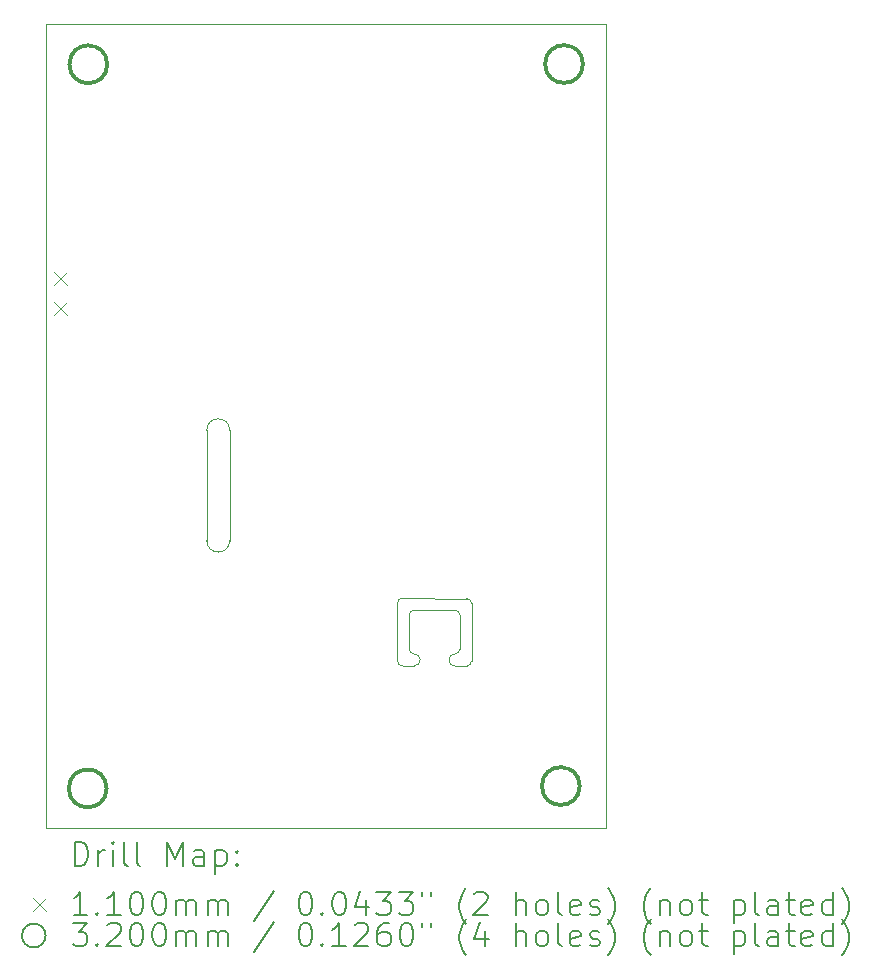
<source format=gbr>
%TF.GenerationSoftware,KiCad,Pcbnew,7.0.2*%
%TF.CreationDate,2023-05-17T08:24:21+02:00*%
%TF.ProjectId,Solar Cell offgrid Power,536f6c61-7220-4436-956c-6c206f666667,rev?*%
%TF.SameCoordinates,Original*%
%TF.FileFunction,Drillmap*%
%TF.FilePolarity,Positive*%
%FSLAX45Y45*%
G04 Gerber Fmt 4.5, Leading zero omitted, Abs format (unit mm)*
G04 Created by KiCad (PCBNEW 7.0.2) date 2023-05-17 08:24:21*
%MOMM*%
%LPD*%
G01*
G04 APERTURE LIST*
%ADD10C,0.100000*%
%ADD11C,0.200000*%
%ADD12C,0.110000*%
%ADD13C,0.320000*%
G04 APERTURE END LIST*
D10*
X12473000Y-10009000D02*
G75*
G03*
X12279000Y-10009000I-97000J0D01*
G01*
X14480000Y-12005047D02*
G75*
G03*
X14521000Y-11962000I-30J41077D01*
G01*
X13892724Y-11474310D02*
X13893261Y-11963275D01*
X14421049Y-11574000D02*
G75*
G03*
X14378000Y-11533000I-41039J10D01*
G01*
X14035000Y-12004000D02*
X13936310Y-12004275D01*
X14380000Y-11903048D02*
G75*
G03*
X14421000Y-11860000I-20J41068D01*
G01*
X13991952Y-11861000D02*
G75*
G03*
X14035000Y-11902000I41058J10D01*
G01*
X13893255Y-11963275D02*
G75*
G03*
X13936310Y-12004275I41045J-5D01*
G01*
X14478951Y-11434000D02*
X13933724Y-11431261D01*
X14521000Y-11962000D02*
X14522000Y-11475000D01*
X14035000Y-12004000D02*
G75*
G03*
X14035000Y-11902000I10J51000D01*
G01*
X10919000Y-6569000D02*
X15657000Y-6569000D01*
X15657000Y-13378000D01*
X10919000Y-13378000D01*
X10919000Y-6569000D01*
X14380000Y-11903051D02*
G75*
G03*
X14380000Y-12005049I20J-50999D01*
G01*
X13991951Y-11861000D02*
X13993000Y-11575000D01*
X14421000Y-11860000D02*
X14421049Y-11574000D01*
X13933724Y-11431256D02*
G75*
G03*
X13892724Y-11474310I16J-41064D01*
G01*
X14521999Y-11475000D02*
G75*
G03*
X14478951Y-11434000I-41030J20D01*
G01*
X14034000Y-11531951D02*
X14378000Y-11533000D01*
X12279000Y-10009000D02*
X12279000Y-10943000D01*
X12279000Y-10943000D02*
G75*
G03*
X12473000Y-10943000I97000J0D01*
G01*
X12473000Y-10009000D02*
X12473000Y-10943000D01*
X14480000Y-12005049D02*
X14380000Y-12005049D01*
X14034000Y-11531950D02*
G75*
G03*
X13993000Y-11575000I-20J-41030D01*
G01*
D11*
D12*
X10984000Y-8668000D02*
X11094000Y-8778000D01*
X11094000Y-8668000D02*
X10984000Y-8778000D01*
X10984000Y-8922000D02*
X11094000Y-9032000D01*
X11094000Y-8922000D02*
X10984000Y-9032000D01*
D13*
X11431000Y-13041000D02*
G75*
G03*
X11431000Y-13041000I-160000J0D01*
G01*
X11436000Y-6910000D02*
G75*
G03*
X11436000Y-6910000I-160000J0D01*
G01*
X15436000Y-13021000D02*
G75*
G03*
X15436000Y-13021000I-160000J0D01*
G01*
X15464000Y-6908000D02*
G75*
G03*
X15464000Y-6908000I-160000J0D01*
G01*
D11*
X11161619Y-13695524D02*
X11161619Y-13495524D01*
X11161619Y-13495524D02*
X11209238Y-13495524D01*
X11209238Y-13495524D02*
X11237809Y-13505048D01*
X11237809Y-13505048D02*
X11256857Y-13524095D01*
X11256857Y-13524095D02*
X11266381Y-13543143D01*
X11266381Y-13543143D02*
X11275905Y-13581238D01*
X11275905Y-13581238D02*
X11275905Y-13609809D01*
X11275905Y-13609809D02*
X11266381Y-13647905D01*
X11266381Y-13647905D02*
X11256857Y-13666952D01*
X11256857Y-13666952D02*
X11237809Y-13686000D01*
X11237809Y-13686000D02*
X11209238Y-13695524D01*
X11209238Y-13695524D02*
X11161619Y-13695524D01*
X11361619Y-13695524D02*
X11361619Y-13562190D01*
X11361619Y-13600286D02*
X11371143Y-13581238D01*
X11371143Y-13581238D02*
X11380667Y-13571714D01*
X11380667Y-13571714D02*
X11399714Y-13562190D01*
X11399714Y-13562190D02*
X11418762Y-13562190D01*
X11485428Y-13695524D02*
X11485428Y-13562190D01*
X11485428Y-13495524D02*
X11475905Y-13505048D01*
X11475905Y-13505048D02*
X11485428Y-13514571D01*
X11485428Y-13514571D02*
X11494952Y-13505048D01*
X11494952Y-13505048D02*
X11485428Y-13495524D01*
X11485428Y-13495524D02*
X11485428Y-13514571D01*
X11609238Y-13695524D02*
X11590190Y-13686000D01*
X11590190Y-13686000D02*
X11580667Y-13666952D01*
X11580667Y-13666952D02*
X11580667Y-13495524D01*
X11714000Y-13695524D02*
X11694952Y-13686000D01*
X11694952Y-13686000D02*
X11685428Y-13666952D01*
X11685428Y-13666952D02*
X11685428Y-13495524D01*
X11942571Y-13695524D02*
X11942571Y-13495524D01*
X11942571Y-13495524D02*
X12009238Y-13638381D01*
X12009238Y-13638381D02*
X12075905Y-13495524D01*
X12075905Y-13495524D02*
X12075905Y-13695524D01*
X12256857Y-13695524D02*
X12256857Y-13590762D01*
X12256857Y-13590762D02*
X12247333Y-13571714D01*
X12247333Y-13571714D02*
X12228286Y-13562190D01*
X12228286Y-13562190D02*
X12190190Y-13562190D01*
X12190190Y-13562190D02*
X12171143Y-13571714D01*
X12256857Y-13686000D02*
X12237809Y-13695524D01*
X12237809Y-13695524D02*
X12190190Y-13695524D01*
X12190190Y-13695524D02*
X12171143Y-13686000D01*
X12171143Y-13686000D02*
X12161619Y-13666952D01*
X12161619Y-13666952D02*
X12161619Y-13647905D01*
X12161619Y-13647905D02*
X12171143Y-13628857D01*
X12171143Y-13628857D02*
X12190190Y-13619333D01*
X12190190Y-13619333D02*
X12237809Y-13619333D01*
X12237809Y-13619333D02*
X12256857Y-13609809D01*
X12352095Y-13562190D02*
X12352095Y-13762190D01*
X12352095Y-13571714D02*
X12371143Y-13562190D01*
X12371143Y-13562190D02*
X12409238Y-13562190D01*
X12409238Y-13562190D02*
X12428286Y-13571714D01*
X12428286Y-13571714D02*
X12437809Y-13581238D01*
X12437809Y-13581238D02*
X12447333Y-13600286D01*
X12447333Y-13600286D02*
X12447333Y-13657428D01*
X12447333Y-13657428D02*
X12437809Y-13676476D01*
X12437809Y-13676476D02*
X12428286Y-13686000D01*
X12428286Y-13686000D02*
X12409238Y-13695524D01*
X12409238Y-13695524D02*
X12371143Y-13695524D01*
X12371143Y-13695524D02*
X12352095Y-13686000D01*
X12533048Y-13676476D02*
X12542571Y-13686000D01*
X12542571Y-13686000D02*
X12533048Y-13695524D01*
X12533048Y-13695524D02*
X12523524Y-13686000D01*
X12523524Y-13686000D02*
X12533048Y-13676476D01*
X12533048Y-13676476D02*
X12533048Y-13695524D01*
X12533048Y-13571714D02*
X12542571Y-13581238D01*
X12542571Y-13581238D02*
X12533048Y-13590762D01*
X12533048Y-13590762D02*
X12523524Y-13581238D01*
X12523524Y-13581238D02*
X12533048Y-13571714D01*
X12533048Y-13571714D02*
X12533048Y-13590762D01*
D12*
X10804000Y-13968000D02*
X10914000Y-14078000D01*
X10914000Y-13968000D02*
X10804000Y-14078000D01*
D11*
X11266381Y-14115524D02*
X11152095Y-14115524D01*
X11209238Y-14115524D02*
X11209238Y-13915524D01*
X11209238Y-13915524D02*
X11190190Y-13944095D01*
X11190190Y-13944095D02*
X11171143Y-13963143D01*
X11171143Y-13963143D02*
X11152095Y-13972667D01*
X11352095Y-14096476D02*
X11361619Y-14106000D01*
X11361619Y-14106000D02*
X11352095Y-14115524D01*
X11352095Y-14115524D02*
X11342571Y-14106000D01*
X11342571Y-14106000D02*
X11352095Y-14096476D01*
X11352095Y-14096476D02*
X11352095Y-14115524D01*
X11552095Y-14115524D02*
X11437809Y-14115524D01*
X11494952Y-14115524D02*
X11494952Y-13915524D01*
X11494952Y-13915524D02*
X11475905Y-13944095D01*
X11475905Y-13944095D02*
X11456857Y-13963143D01*
X11456857Y-13963143D02*
X11437809Y-13972667D01*
X11675905Y-13915524D02*
X11694952Y-13915524D01*
X11694952Y-13915524D02*
X11714000Y-13925048D01*
X11714000Y-13925048D02*
X11723524Y-13934571D01*
X11723524Y-13934571D02*
X11733048Y-13953619D01*
X11733048Y-13953619D02*
X11742571Y-13991714D01*
X11742571Y-13991714D02*
X11742571Y-14039333D01*
X11742571Y-14039333D02*
X11733048Y-14077428D01*
X11733048Y-14077428D02*
X11723524Y-14096476D01*
X11723524Y-14096476D02*
X11714000Y-14106000D01*
X11714000Y-14106000D02*
X11694952Y-14115524D01*
X11694952Y-14115524D02*
X11675905Y-14115524D01*
X11675905Y-14115524D02*
X11656857Y-14106000D01*
X11656857Y-14106000D02*
X11647333Y-14096476D01*
X11647333Y-14096476D02*
X11637809Y-14077428D01*
X11637809Y-14077428D02*
X11628286Y-14039333D01*
X11628286Y-14039333D02*
X11628286Y-13991714D01*
X11628286Y-13991714D02*
X11637809Y-13953619D01*
X11637809Y-13953619D02*
X11647333Y-13934571D01*
X11647333Y-13934571D02*
X11656857Y-13925048D01*
X11656857Y-13925048D02*
X11675905Y-13915524D01*
X11866381Y-13915524D02*
X11885429Y-13915524D01*
X11885429Y-13915524D02*
X11904476Y-13925048D01*
X11904476Y-13925048D02*
X11914000Y-13934571D01*
X11914000Y-13934571D02*
X11923524Y-13953619D01*
X11923524Y-13953619D02*
X11933048Y-13991714D01*
X11933048Y-13991714D02*
X11933048Y-14039333D01*
X11933048Y-14039333D02*
X11923524Y-14077428D01*
X11923524Y-14077428D02*
X11914000Y-14096476D01*
X11914000Y-14096476D02*
X11904476Y-14106000D01*
X11904476Y-14106000D02*
X11885429Y-14115524D01*
X11885429Y-14115524D02*
X11866381Y-14115524D01*
X11866381Y-14115524D02*
X11847333Y-14106000D01*
X11847333Y-14106000D02*
X11837809Y-14096476D01*
X11837809Y-14096476D02*
X11828286Y-14077428D01*
X11828286Y-14077428D02*
X11818762Y-14039333D01*
X11818762Y-14039333D02*
X11818762Y-13991714D01*
X11818762Y-13991714D02*
X11828286Y-13953619D01*
X11828286Y-13953619D02*
X11837809Y-13934571D01*
X11837809Y-13934571D02*
X11847333Y-13925048D01*
X11847333Y-13925048D02*
X11866381Y-13915524D01*
X12018762Y-14115524D02*
X12018762Y-13982190D01*
X12018762Y-14001238D02*
X12028286Y-13991714D01*
X12028286Y-13991714D02*
X12047333Y-13982190D01*
X12047333Y-13982190D02*
X12075905Y-13982190D01*
X12075905Y-13982190D02*
X12094952Y-13991714D01*
X12094952Y-13991714D02*
X12104476Y-14010762D01*
X12104476Y-14010762D02*
X12104476Y-14115524D01*
X12104476Y-14010762D02*
X12114000Y-13991714D01*
X12114000Y-13991714D02*
X12133048Y-13982190D01*
X12133048Y-13982190D02*
X12161619Y-13982190D01*
X12161619Y-13982190D02*
X12180667Y-13991714D01*
X12180667Y-13991714D02*
X12190190Y-14010762D01*
X12190190Y-14010762D02*
X12190190Y-14115524D01*
X12285429Y-14115524D02*
X12285429Y-13982190D01*
X12285429Y-14001238D02*
X12294952Y-13991714D01*
X12294952Y-13991714D02*
X12314000Y-13982190D01*
X12314000Y-13982190D02*
X12342571Y-13982190D01*
X12342571Y-13982190D02*
X12361619Y-13991714D01*
X12361619Y-13991714D02*
X12371143Y-14010762D01*
X12371143Y-14010762D02*
X12371143Y-14115524D01*
X12371143Y-14010762D02*
X12380667Y-13991714D01*
X12380667Y-13991714D02*
X12399714Y-13982190D01*
X12399714Y-13982190D02*
X12428286Y-13982190D01*
X12428286Y-13982190D02*
X12447333Y-13991714D01*
X12447333Y-13991714D02*
X12456857Y-14010762D01*
X12456857Y-14010762D02*
X12456857Y-14115524D01*
X12847333Y-13906000D02*
X12675905Y-14163143D01*
X13104476Y-13915524D02*
X13123524Y-13915524D01*
X13123524Y-13915524D02*
X13142572Y-13925048D01*
X13142572Y-13925048D02*
X13152095Y-13934571D01*
X13152095Y-13934571D02*
X13161619Y-13953619D01*
X13161619Y-13953619D02*
X13171143Y-13991714D01*
X13171143Y-13991714D02*
X13171143Y-14039333D01*
X13171143Y-14039333D02*
X13161619Y-14077428D01*
X13161619Y-14077428D02*
X13152095Y-14096476D01*
X13152095Y-14096476D02*
X13142572Y-14106000D01*
X13142572Y-14106000D02*
X13123524Y-14115524D01*
X13123524Y-14115524D02*
X13104476Y-14115524D01*
X13104476Y-14115524D02*
X13085429Y-14106000D01*
X13085429Y-14106000D02*
X13075905Y-14096476D01*
X13075905Y-14096476D02*
X13066381Y-14077428D01*
X13066381Y-14077428D02*
X13056857Y-14039333D01*
X13056857Y-14039333D02*
X13056857Y-13991714D01*
X13056857Y-13991714D02*
X13066381Y-13953619D01*
X13066381Y-13953619D02*
X13075905Y-13934571D01*
X13075905Y-13934571D02*
X13085429Y-13925048D01*
X13085429Y-13925048D02*
X13104476Y-13915524D01*
X13256857Y-14096476D02*
X13266381Y-14106000D01*
X13266381Y-14106000D02*
X13256857Y-14115524D01*
X13256857Y-14115524D02*
X13247333Y-14106000D01*
X13247333Y-14106000D02*
X13256857Y-14096476D01*
X13256857Y-14096476D02*
X13256857Y-14115524D01*
X13390191Y-13915524D02*
X13409238Y-13915524D01*
X13409238Y-13915524D02*
X13428286Y-13925048D01*
X13428286Y-13925048D02*
X13437810Y-13934571D01*
X13437810Y-13934571D02*
X13447333Y-13953619D01*
X13447333Y-13953619D02*
X13456857Y-13991714D01*
X13456857Y-13991714D02*
X13456857Y-14039333D01*
X13456857Y-14039333D02*
X13447333Y-14077428D01*
X13447333Y-14077428D02*
X13437810Y-14096476D01*
X13437810Y-14096476D02*
X13428286Y-14106000D01*
X13428286Y-14106000D02*
X13409238Y-14115524D01*
X13409238Y-14115524D02*
X13390191Y-14115524D01*
X13390191Y-14115524D02*
X13371143Y-14106000D01*
X13371143Y-14106000D02*
X13361619Y-14096476D01*
X13361619Y-14096476D02*
X13352095Y-14077428D01*
X13352095Y-14077428D02*
X13342572Y-14039333D01*
X13342572Y-14039333D02*
X13342572Y-13991714D01*
X13342572Y-13991714D02*
X13352095Y-13953619D01*
X13352095Y-13953619D02*
X13361619Y-13934571D01*
X13361619Y-13934571D02*
X13371143Y-13925048D01*
X13371143Y-13925048D02*
X13390191Y-13915524D01*
X13628286Y-13982190D02*
X13628286Y-14115524D01*
X13580667Y-13906000D02*
X13533048Y-14048857D01*
X13533048Y-14048857D02*
X13656857Y-14048857D01*
X13714000Y-13915524D02*
X13837810Y-13915524D01*
X13837810Y-13915524D02*
X13771143Y-13991714D01*
X13771143Y-13991714D02*
X13799714Y-13991714D01*
X13799714Y-13991714D02*
X13818762Y-14001238D01*
X13818762Y-14001238D02*
X13828286Y-14010762D01*
X13828286Y-14010762D02*
X13837810Y-14029809D01*
X13837810Y-14029809D02*
X13837810Y-14077428D01*
X13837810Y-14077428D02*
X13828286Y-14096476D01*
X13828286Y-14096476D02*
X13818762Y-14106000D01*
X13818762Y-14106000D02*
X13799714Y-14115524D01*
X13799714Y-14115524D02*
X13742572Y-14115524D01*
X13742572Y-14115524D02*
X13723524Y-14106000D01*
X13723524Y-14106000D02*
X13714000Y-14096476D01*
X13904476Y-13915524D02*
X14028286Y-13915524D01*
X14028286Y-13915524D02*
X13961619Y-13991714D01*
X13961619Y-13991714D02*
X13990191Y-13991714D01*
X13990191Y-13991714D02*
X14009238Y-14001238D01*
X14009238Y-14001238D02*
X14018762Y-14010762D01*
X14018762Y-14010762D02*
X14028286Y-14029809D01*
X14028286Y-14029809D02*
X14028286Y-14077428D01*
X14028286Y-14077428D02*
X14018762Y-14096476D01*
X14018762Y-14096476D02*
X14009238Y-14106000D01*
X14009238Y-14106000D02*
X13990191Y-14115524D01*
X13990191Y-14115524D02*
X13933048Y-14115524D01*
X13933048Y-14115524D02*
X13914000Y-14106000D01*
X13914000Y-14106000D02*
X13904476Y-14096476D01*
X14104476Y-13915524D02*
X14104476Y-13953619D01*
X14180667Y-13915524D02*
X14180667Y-13953619D01*
X14475905Y-14191714D02*
X14466381Y-14182190D01*
X14466381Y-14182190D02*
X14447334Y-14153619D01*
X14447334Y-14153619D02*
X14437810Y-14134571D01*
X14437810Y-14134571D02*
X14428286Y-14106000D01*
X14428286Y-14106000D02*
X14418762Y-14058381D01*
X14418762Y-14058381D02*
X14418762Y-14020286D01*
X14418762Y-14020286D02*
X14428286Y-13972667D01*
X14428286Y-13972667D02*
X14437810Y-13944095D01*
X14437810Y-13944095D02*
X14447334Y-13925048D01*
X14447334Y-13925048D02*
X14466381Y-13896476D01*
X14466381Y-13896476D02*
X14475905Y-13886952D01*
X14542572Y-13934571D02*
X14552095Y-13925048D01*
X14552095Y-13925048D02*
X14571143Y-13915524D01*
X14571143Y-13915524D02*
X14618762Y-13915524D01*
X14618762Y-13915524D02*
X14637810Y-13925048D01*
X14637810Y-13925048D02*
X14647334Y-13934571D01*
X14647334Y-13934571D02*
X14656857Y-13953619D01*
X14656857Y-13953619D02*
X14656857Y-13972667D01*
X14656857Y-13972667D02*
X14647334Y-14001238D01*
X14647334Y-14001238D02*
X14533048Y-14115524D01*
X14533048Y-14115524D02*
X14656857Y-14115524D01*
X14894953Y-14115524D02*
X14894953Y-13915524D01*
X14980667Y-14115524D02*
X14980667Y-14010762D01*
X14980667Y-14010762D02*
X14971143Y-13991714D01*
X14971143Y-13991714D02*
X14952096Y-13982190D01*
X14952096Y-13982190D02*
X14923524Y-13982190D01*
X14923524Y-13982190D02*
X14904476Y-13991714D01*
X14904476Y-13991714D02*
X14894953Y-14001238D01*
X15104476Y-14115524D02*
X15085429Y-14106000D01*
X15085429Y-14106000D02*
X15075905Y-14096476D01*
X15075905Y-14096476D02*
X15066381Y-14077428D01*
X15066381Y-14077428D02*
X15066381Y-14020286D01*
X15066381Y-14020286D02*
X15075905Y-14001238D01*
X15075905Y-14001238D02*
X15085429Y-13991714D01*
X15085429Y-13991714D02*
X15104476Y-13982190D01*
X15104476Y-13982190D02*
X15133048Y-13982190D01*
X15133048Y-13982190D02*
X15152096Y-13991714D01*
X15152096Y-13991714D02*
X15161619Y-14001238D01*
X15161619Y-14001238D02*
X15171143Y-14020286D01*
X15171143Y-14020286D02*
X15171143Y-14077428D01*
X15171143Y-14077428D02*
X15161619Y-14096476D01*
X15161619Y-14096476D02*
X15152096Y-14106000D01*
X15152096Y-14106000D02*
X15133048Y-14115524D01*
X15133048Y-14115524D02*
X15104476Y-14115524D01*
X15285429Y-14115524D02*
X15266381Y-14106000D01*
X15266381Y-14106000D02*
X15256857Y-14086952D01*
X15256857Y-14086952D02*
X15256857Y-13915524D01*
X15437810Y-14106000D02*
X15418762Y-14115524D01*
X15418762Y-14115524D02*
X15380667Y-14115524D01*
X15380667Y-14115524D02*
X15361619Y-14106000D01*
X15361619Y-14106000D02*
X15352096Y-14086952D01*
X15352096Y-14086952D02*
X15352096Y-14010762D01*
X15352096Y-14010762D02*
X15361619Y-13991714D01*
X15361619Y-13991714D02*
X15380667Y-13982190D01*
X15380667Y-13982190D02*
X15418762Y-13982190D01*
X15418762Y-13982190D02*
X15437810Y-13991714D01*
X15437810Y-13991714D02*
X15447334Y-14010762D01*
X15447334Y-14010762D02*
X15447334Y-14029809D01*
X15447334Y-14029809D02*
X15352096Y-14048857D01*
X15523524Y-14106000D02*
X15542572Y-14115524D01*
X15542572Y-14115524D02*
X15580667Y-14115524D01*
X15580667Y-14115524D02*
X15599715Y-14106000D01*
X15599715Y-14106000D02*
X15609238Y-14086952D01*
X15609238Y-14086952D02*
X15609238Y-14077428D01*
X15609238Y-14077428D02*
X15599715Y-14058381D01*
X15599715Y-14058381D02*
X15580667Y-14048857D01*
X15580667Y-14048857D02*
X15552096Y-14048857D01*
X15552096Y-14048857D02*
X15533048Y-14039333D01*
X15533048Y-14039333D02*
X15523524Y-14020286D01*
X15523524Y-14020286D02*
X15523524Y-14010762D01*
X15523524Y-14010762D02*
X15533048Y-13991714D01*
X15533048Y-13991714D02*
X15552096Y-13982190D01*
X15552096Y-13982190D02*
X15580667Y-13982190D01*
X15580667Y-13982190D02*
X15599715Y-13991714D01*
X15675905Y-14191714D02*
X15685429Y-14182190D01*
X15685429Y-14182190D02*
X15704477Y-14153619D01*
X15704477Y-14153619D02*
X15714000Y-14134571D01*
X15714000Y-14134571D02*
X15723524Y-14106000D01*
X15723524Y-14106000D02*
X15733048Y-14058381D01*
X15733048Y-14058381D02*
X15733048Y-14020286D01*
X15733048Y-14020286D02*
X15723524Y-13972667D01*
X15723524Y-13972667D02*
X15714000Y-13944095D01*
X15714000Y-13944095D02*
X15704477Y-13925048D01*
X15704477Y-13925048D02*
X15685429Y-13896476D01*
X15685429Y-13896476D02*
X15675905Y-13886952D01*
X16037810Y-14191714D02*
X16028286Y-14182190D01*
X16028286Y-14182190D02*
X16009238Y-14153619D01*
X16009238Y-14153619D02*
X15999715Y-14134571D01*
X15999715Y-14134571D02*
X15990191Y-14106000D01*
X15990191Y-14106000D02*
X15980667Y-14058381D01*
X15980667Y-14058381D02*
X15980667Y-14020286D01*
X15980667Y-14020286D02*
X15990191Y-13972667D01*
X15990191Y-13972667D02*
X15999715Y-13944095D01*
X15999715Y-13944095D02*
X16009238Y-13925048D01*
X16009238Y-13925048D02*
X16028286Y-13896476D01*
X16028286Y-13896476D02*
X16037810Y-13886952D01*
X16114000Y-13982190D02*
X16114000Y-14115524D01*
X16114000Y-14001238D02*
X16123524Y-13991714D01*
X16123524Y-13991714D02*
X16142572Y-13982190D01*
X16142572Y-13982190D02*
X16171143Y-13982190D01*
X16171143Y-13982190D02*
X16190191Y-13991714D01*
X16190191Y-13991714D02*
X16199715Y-14010762D01*
X16199715Y-14010762D02*
X16199715Y-14115524D01*
X16323524Y-14115524D02*
X16304477Y-14106000D01*
X16304477Y-14106000D02*
X16294953Y-14096476D01*
X16294953Y-14096476D02*
X16285429Y-14077428D01*
X16285429Y-14077428D02*
X16285429Y-14020286D01*
X16285429Y-14020286D02*
X16294953Y-14001238D01*
X16294953Y-14001238D02*
X16304477Y-13991714D01*
X16304477Y-13991714D02*
X16323524Y-13982190D01*
X16323524Y-13982190D02*
X16352096Y-13982190D01*
X16352096Y-13982190D02*
X16371143Y-13991714D01*
X16371143Y-13991714D02*
X16380667Y-14001238D01*
X16380667Y-14001238D02*
X16390191Y-14020286D01*
X16390191Y-14020286D02*
X16390191Y-14077428D01*
X16390191Y-14077428D02*
X16380667Y-14096476D01*
X16380667Y-14096476D02*
X16371143Y-14106000D01*
X16371143Y-14106000D02*
X16352096Y-14115524D01*
X16352096Y-14115524D02*
X16323524Y-14115524D01*
X16447334Y-13982190D02*
X16523524Y-13982190D01*
X16475905Y-13915524D02*
X16475905Y-14086952D01*
X16475905Y-14086952D02*
X16485429Y-14106000D01*
X16485429Y-14106000D02*
X16504477Y-14115524D01*
X16504477Y-14115524D02*
X16523524Y-14115524D01*
X16742572Y-13982190D02*
X16742572Y-14182190D01*
X16742572Y-13991714D02*
X16761619Y-13982190D01*
X16761619Y-13982190D02*
X16799715Y-13982190D01*
X16799715Y-13982190D02*
X16818762Y-13991714D01*
X16818762Y-13991714D02*
X16828286Y-14001238D01*
X16828286Y-14001238D02*
X16837810Y-14020286D01*
X16837810Y-14020286D02*
X16837810Y-14077428D01*
X16837810Y-14077428D02*
X16828286Y-14096476D01*
X16828286Y-14096476D02*
X16818762Y-14106000D01*
X16818762Y-14106000D02*
X16799715Y-14115524D01*
X16799715Y-14115524D02*
X16761619Y-14115524D01*
X16761619Y-14115524D02*
X16742572Y-14106000D01*
X16952096Y-14115524D02*
X16933048Y-14106000D01*
X16933048Y-14106000D02*
X16923524Y-14086952D01*
X16923524Y-14086952D02*
X16923524Y-13915524D01*
X17114001Y-14115524D02*
X17114001Y-14010762D01*
X17114001Y-14010762D02*
X17104477Y-13991714D01*
X17104477Y-13991714D02*
X17085429Y-13982190D01*
X17085429Y-13982190D02*
X17047334Y-13982190D01*
X17047334Y-13982190D02*
X17028286Y-13991714D01*
X17114001Y-14106000D02*
X17094953Y-14115524D01*
X17094953Y-14115524D02*
X17047334Y-14115524D01*
X17047334Y-14115524D02*
X17028286Y-14106000D01*
X17028286Y-14106000D02*
X17018762Y-14086952D01*
X17018762Y-14086952D02*
X17018762Y-14067905D01*
X17018762Y-14067905D02*
X17028286Y-14048857D01*
X17028286Y-14048857D02*
X17047334Y-14039333D01*
X17047334Y-14039333D02*
X17094953Y-14039333D01*
X17094953Y-14039333D02*
X17114001Y-14029809D01*
X17180667Y-13982190D02*
X17256858Y-13982190D01*
X17209239Y-13915524D02*
X17209239Y-14086952D01*
X17209239Y-14086952D02*
X17218762Y-14106000D01*
X17218762Y-14106000D02*
X17237810Y-14115524D01*
X17237810Y-14115524D02*
X17256858Y-14115524D01*
X17399715Y-14106000D02*
X17380667Y-14115524D01*
X17380667Y-14115524D02*
X17342572Y-14115524D01*
X17342572Y-14115524D02*
X17323524Y-14106000D01*
X17323524Y-14106000D02*
X17314001Y-14086952D01*
X17314001Y-14086952D02*
X17314001Y-14010762D01*
X17314001Y-14010762D02*
X17323524Y-13991714D01*
X17323524Y-13991714D02*
X17342572Y-13982190D01*
X17342572Y-13982190D02*
X17380667Y-13982190D01*
X17380667Y-13982190D02*
X17399715Y-13991714D01*
X17399715Y-13991714D02*
X17409239Y-14010762D01*
X17409239Y-14010762D02*
X17409239Y-14029809D01*
X17409239Y-14029809D02*
X17314001Y-14048857D01*
X17580667Y-14115524D02*
X17580667Y-13915524D01*
X17580667Y-14106000D02*
X17561620Y-14115524D01*
X17561620Y-14115524D02*
X17523524Y-14115524D01*
X17523524Y-14115524D02*
X17504477Y-14106000D01*
X17504477Y-14106000D02*
X17494953Y-14096476D01*
X17494953Y-14096476D02*
X17485429Y-14077428D01*
X17485429Y-14077428D02*
X17485429Y-14020286D01*
X17485429Y-14020286D02*
X17494953Y-14001238D01*
X17494953Y-14001238D02*
X17504477Y-13991714D01*
X17504477Y-13991714D02*
X17523524Y-13982190D01*
X17523524Y-13982190D02*
X17561620Y-13982190D01*
X17561620Y-13982190D02*
X17580667Y-13991714D01*
X17656858Y-14191714D02*
X17666382Y-14182190D01*
X17666382Y-14182190D02*
X17685429Y-14153619D01*
X17685429Y-14153619D02*
X17694953Y-14134571D01*
X17694953Y-14134571D02*
X17704477Y-14106000D01*
X17704477Y-14106000D02*
X17714001Y-14058381D01*
X17714001Y-14058381D02*
X17714001Y-14020286D01*
X17714001Y-14020286D02*
X17704477Y-13972667D01*
X17704477Y-13972667D02*
X17694953Y-13944095D01*
X17694953Y-13944095D02*
X17685429Y-13925048D01*
X17685429Y-13925048D02*
X17666382Y-13896476D01*
X17666382Y-13896476D02*
X17656858Y-13886952D01*
X10914000Y-14287000D02*
G75*
G03*
X10914000Y-14287000I-100000J0D01*
G01*
X11142571Y-14179524D02*
X11266381Y-14179524D01*
X11266381Y-14179524D02*
X11199714Y-14255714D01*
X11199714Y-14255714D02*
X11228286Y-14255714D01*
X11228286Y-14255714D02*
X11247333Y-14265238D01*
X11247333Y-14265238D02*
X11256857Y-14274762D01*
X11256857Y-14274762D02*
X11266381Y-14293809D01*
X11266381Y-14293809D02*
X11266381Y-14341428D01*
X11266381Y-14341428D02*
X11256857Y-14360476D01*
X11256857Y-14360476D02*
X11247333Y-14370000D01*
X11247333Y-14370000D02*
X11228286Y-14379524D01*
X11228286Y-14379524D02*
X11171143Y-14379524D01*
X11171143Y-14379524D02*
X11152095Y-14370000D01*
X11152095Y-14370000D02*
X11142571Y-14360476D01*
X11352095Y-14360476D02*
X11361619Y-14370000D01*
X11361619Y-14370000D02*
X11352095Y-14379524D01*
X11352095Y-14379524D02*
X11342571Y-14370000D01*
X11342571Y-14370000D02*
X11352095Y-14360476D01*
X11352095Y-14360476D02*
X11352095Y-14379524D01*
X11437809Y-14198571D02*
X11447333Y-14189048D01*
X11447333Y-14189048D02*
X11466381Y-14179524D01*
X11466381Y-14179524D02*
X11514000Y-14179524D01*
X11514000Y-14179524D02*
X11533048Y-14189048D01*
X11533048Y-14189048D02*
X11542571Y-14198571D01*
X11542571Y-14198571D02*
X11552095Y-14217619D01*
X11552095Y-14217619D02*
X11552095Y-14236667D01*
X11552095Y-14236667D02*
X11542571Y-14265238D01*
X11542571Y-14265238D02*
X11428286Y-14379524D01*
X11428286Y-14379524D02*
X11552095Y-14379524D01*
X11675905Y-14179524D02*
X11694952Y-14179524D01*
X11694952Y-14179524D02*
X11714000Y-14189048D01*
X11714000Y-14189048D02*
X11723524Y-14198571D01*
X11723524Y-14198571D02*
X11733048Y-14217619D01*
X11733048Y-14217619D02*
X11742571Y-14255714D01*
X11742571Y-14255714D02*
X11742571Y-14303333D01*
X11742571Y-14303333D02*
X11733048Y-14341428D01*
X11733048Y-14341428D02*
X11723524Y-14360476D01*
X11723524Y-14360476D02*
X11714000Y-14370000D01*
X11714000Y-14370000D02*
X11694952Y-14379524D01*
X11694952Y-14379524D02*
X11675905Y-14379524D01*
X11675905Y-14379524D02*
X11656857Y-14370000D01*
X11656857Y-14370000D02*
X11647333Y-14360476D01*
X11647333Y-14360476D02*
X11637809Y-14341428D01*
X11637809Y-14341428D02*
X11628286Y-14303333D01*
X11628286Y-14303333D02*
X11628286Y-14255714D01*
X11628286Y-14255714D02*
X11637809Y-14217619D01*
X11637809Y-14217619D02*
X11647333Y-14198571D01*
X11647333Y-14198571D02*
X11656857Y-14189048D01*
X11656857Y-14189048D02*
X11675905Y-14179524D01*
X11866381Y-14179524D02*
X11885429Y-14179524D01*
X11885429Y-14179524D02*
X11904476Y-14189048D01*
X11904476Y-14189048D02*
X11914000Y-14198571D01*
X11914000Y-14198571D02*
X11923524Y-14217619D01*
X11923524Y-14217619D02*
X11933048Y-14255714D01*
X11933048Y-14255714D02*
X11933048Y-14303333D01*
X11933048Y-14303333D02*
X11923524Y-14341428D01*
X11923524Y-14341428D02*
X11914000Y-14360476D01*
X11914000Y-14360476D02*
X11904476Y-14370000D01*
X11904476Y-14370000D02*
X11885429Y-14379524D01*
X11885429Y-14379524D02*
X11866381Y-14379524D01*
X11866381Y-14379524D02*
X11847333Y-14370000D01*
X11847333Y-14370000D02*
X11837809Y-14360476D01*
X11837809Y-14360476D02*
X11828286Y-14341428D01*
X11828286Y-14341428D02*
X11818762Y-14303333D01*
X11818762Y-14303333D02*
X11818762Y-14255714D01*
X11818762Y-14255714D02*
X11828286Y-14217619D01*
X11828286Y-14217619D02*
X11837809Y-14198571D01*
X11837809Y-14198571D02*
X11847333Y-14189048D01*
X11847333Y-14189048D02*
X11866381Y-14179524D01*
X12018762Y-14379524D02*
X12018762Y-14246190D01*
X12018762Y-14265238D02*
X12028286Y-14255714D01*
X12028286Y-14255714D02*
X12047333Y-14246190D01*
X12047333Y-14246190D02*
X12075905Y-14246190D01*
X12075905Y-14246190D02*
X12094952Y-14255714D01*
X12094952Y-14255714D02*
X12104476Y-14274762D01*
X12104476Y-14274762D02*
X12104476Y-14379524D01*
X12104476Y-14274762D02*
X12114000Y-14255714D01*
X12114000Y-14255714D02*
X12133048Y-14246190D01*
X12133048Y-14246190D02*
X12161619Y-14246190D01*
X12161619Y-14246190D02*
X12180667Y-14255714D01*
X12180667Y-14255714D02*
X12190190Y-14274762D01*
X12190190Y-14274762D02*
X12190190Y-14379524D01*
X12285429Y-14379524D02*
X12285429Y-14246190D01*
X12285429Y-14265238D02*
X12294952Y-14255714D01*
X12294952Y-14255714D02*
X12314000Y-14246190D01*
X12314000Y-14246190D02*
X12342571Y-14246190D01*
X12342571Y-14246190D02*
X12361619Y-14255714D01*
X12361619Y-14255714D02*
X12371143Y-14274762D01*
X12371143Y-14274762D02*
X12371143Y-14379524D01*
X12371143Y-14274762D02*
X12380667Y-14255714D01*
X12380667Y-14255714D02*
X12399714Y-14246190D01*
X12399714Y-14246190D02*
X12428286Y-14246190D01*
X12428286Y-14246190D02*
X12447333Y-14255714D01*
X12447333Y-14255714D02*
X12456857Y-14274762D01*
X12456857Y-14274762D02*
X12456857Y-14379524D01*
X12847333Y-14170000D02*
X12675905Y-14427143D01*
X13104476Y-14179524D02*
X13123524Y-14179524D01*
X13123524Y-14179524D02*
X13142572Y-14189048D01*
X13142572Y-14189048D02*
X13152095Y-14198571D01*
X13152095Y-14198571D02*
X13161619Y-14217619D01*
X13161619Y-14217619D02*
X13171143Y-14255714D01*
X13171143Y-14255714D02*
X13171143Y-14303333D01*
X13171143Y-14303333D02*
X13161619Y-14341428D01*
X13161619Y-14341428D02*
X13152095Y-14360476D01*
X13152095Y-14360476D02*
X13142572Y-14370000D01*
X13142572Y-14370000D02*
X13123524Y-14379524D01*
X13123524Y-14379524D02*
X13104476Y-14379524D01*
X13104476Y-14379524D02*
X13085429Y-14370000D01*
X13085429Y-14370000D02*
X13075905Y-14360476D01*
X13075905Y-14360476D02*
X13066381Y-14341428D01*
X13066381Y-14341428D02*
X13056857Y-14303333D01*
X13056857Y-14303333D02*
X13056857Y-14255714D01*
X13056857Y-14255714D02*
X13066381Y-14217619D01*
X13066381Y-14217619D02*
X13075905Y-14198571D01*
X13075905Y-14198571D02*
X13085429Y-14189048D01*
X13085429Y-14189048D02*
X13104476Y-14179524D01*
X13256857Y-14360476D02*
X13266381Y-14370000D01*
X13266381Y-14370000D02*
X13256857Y-14379524D01*
X13256857Y-14379524D02*
X13247333Y-14370000D01*
X13247333Y-14370000D02*
X13256857Y-14360476D01*
X13256857Y-14360476D02*
X13256857Y-14379524D01*
X13456857Y-14379524D02*
X13342572Y-14379524D01*
X13399714Y-14379524D02*
X13399714Y-14179524D01*
X13399714Y-14179524D02*
X13380667Y-14208095D01*
X13380667Y-14208095D02*
X13361619Y-14227143D01*
X13361619Y-14227143D02*
X13342572Y-14236667D01*
X13533048Y-14198571D02*
X13542572Y-14189048D01*
X13542572Y-14189048D02*
X13561619Y-14179524D01*
X13561619Y-14179524D02*
X13609238Y-14179524D01*
X13609238Y-14179524D02*
X13628286Y-14189048D01*
X13628286Y-14189048D02*
X13637810Y-14198571D01*
X13637810Y-14198571D02*
X13647333Y-14217619D01*
X13647333Y-14217619D02*
X13647333Y-14236667D01*
X13647333Y-14236667D02*
X13637810Y-14265238D01*
X13637810Y-14265238D02*
X13523524Y-14379524D01*
X13523524Y-14379524D02*
X13647333Y-14379524D01*
X13818762Y-14179524D02*
X13780667Y-14179524D01*
X13780667Y-14179524D02*
X13761619Y-14189048D01*
X13761619Y-14189048D02*
X13752095Y-14198571D01*
X13752095Y-14198571D02*
X13733048Y-14227143D01*
X13733048Y-14227143D02*
X13723524Y-14265238D01*
X13723524Y-14265238D02*
X13723524Y-14341428D01*
X13723524Y-14341428D02*
X13733048Y-14360476D01*
X13733048Y-14360476D02*
X13742572Y-14370000D01*
X13742572Y-14370000D02*
X13761619Y-14379524D01*
X13761619Y-14379524D02*
X13799714Y-14379524D01*
X13799714Y-14379524D02*
X13818762Y-14370000D01*
X13818762Y-14370000D02*
X13828286Y-14360476D01*
X13828286Y-14360476D02*
X13837810Y-14341428D01*
X13837810Y-14341428D02*
X13837810Y-14293809D01*
X13837810Y-14293809D02*
X13828286Y-14274762D01*
X13828286Y-14274762D02*
X13818762Y-14265238D01*
X13818762Y-14265238D02*
X13799714Y-14255714D01*
X13799714Y-14255714D02*
X13761619Y-14255714D01*
X13761619Y-14255714D02*
X13742572Y-14265238D01*
X13742572Y-14265238D02*
X13733048Y-14274762D01*
X13733048Y-14274762D02*
X13723524Y-14293809D01*
X13961619Y-14179524D02*
X13980667Y-14179524D01*
X13980667Y-14179524D02*
X13999714Y-14189048D01*
X13999714Y-14189048D02*
X14009238Y-14198571D01*
X14009238Y-14198571D02*
X14018762Y-14217619D01*
X14018762Y-14217619D02*
X14028286Y-14255714D01*
X14028286Y-14255714D02*
X14028286Y-14303333D01*
X14028286Y-14303333D02*
X14018762Y-14341428D01*
X14018762Y-14341428D02*
X14009238Y-14360476D01*
X14009238Y-14360476D02*
X13999714Y-14370000D01*
X13999714Y-14370000D02*
X13980667Y-14379524D01*
X13980667Y-14379524D02*
X13961619Y-14379524D01*
X13961619Y-14379524D02*
X13942572Y-14370000D01*
X13942572Y-14370000D02*
X13933048Y-14360476D01*
X13933048Y-14360476D02*
X13923524Y-14341428D01*
X13923524Y-14341428D02*
X13914000Y-14303333D01*
X13914000Y-14303333D02*
X13914000Y-14255714D01*
X13914000Y-14255714D02*
X13923524Y-14217619D01*
X13923524Y-14217619D02*
X13933048Y-14198571D01*
X13933048Y-14198571D02*
X13942572Y-14189048D01*
X13942572Y-14189048D02*
X13961619Y-14179524D01*
X14104476Y-14179524D02*
X14104476Y-14217619D01*
X14180667Y-14179524D02*
X14180667Y-14217619D01*
X14475905Y-14455714D02*
X14466381Y-14446190D01*
X14466381Y-14446190D02*
X14447334Y-14417619D01*
X14447334Y-14417619D02*
X14437810Y-14398571D01*
X14437810Y-14398571D02*
X14428286Y-14370000D01*
X14428286Y-14370000D02*
X14418762Y-14322381D01*
X14418762Y-14322381D02*
X14418762Y-14284286D01*
X14418762Y-14284286D02*
X14428286Y-14236667D01*
X14428286Y-14236667D02*
X14437810Y-14208095D01*
X14437810Y-14208095D02*
X14447334Y-14189048D01*
X14447334Y-14189048D02*
X14466381Y-14160476D01*
X14466381Y-14160476D02*
X14475905Y-14150952D01*
X14637810Y-14246190D02*
X14637810Y-14379524D01*
X14590191Y-14170000D02*
X14542572Y-14312857D01*
X14542572Y-14312857D02*
X14666381Y-14312857D01*
X14894953Y-14379524D02*
X14894953Y-14179524D01*
X14980667Y-14379524D02*
X14980667Y-14274762D01*
X14980667Y-14274762D02*
X14971143Y-14255714D01*
X14971143Y-14255714D02*
X14952096Y-14246190D01*
X14952096Y-14246190D02*
X14923524Y-14246190D01*
X14923524Y-14246190D02*
X14904476Y-14255714D01*
X14904476Y-14255714D02*
X14894953Y-14265238D01*
X15104476Y-14379524D02*
X15085429Y-14370000D01*
X15085429Y-14370000D02*
X15075905Y-14360476D01*
X15075905Y-14360476D02*
X15066381Y-14341428D01*
X15066381Y-14341428D02*
X15066381Y-14284286D01*
X15066381Y-14284286D02*
X15075905Y-14265238D01*
X15075905Y-14265238D02*
X15085429Y-14255714D01*
X15085429Y-14255714D02*
X15104476Y-14246190D01*
X15104476Y-14246190D02*
X15133048Y-14246190D01*
X15133048Y-14246190D02*
X15152096Y-14255714D01*
X15152096Y-14255714D02*
X15161619Y-14265238D01*
X15161619Y-14265238D02*
X15171143Y-14284286D01*
X15171143Y-14284286D02*
X15171143Y-14341428D01*
X15171143Y-14341428D02*
X15161619Y-14360476D01*
X15161619Y-14360476D02*
X15152096Y-14370000D01*
X15152096Y-14370000D02*
X15133048Y-14379524D01*
X15133048Y-14379524D02*
X15104476Y-14379524D01*
X15285429Y-14379524D02*
X15266381Y-14370000D01*
X15266381Y-14370000D02*
X15256857Y-14350952D01*
X15256857Y-14350952D02*
X15256857Y-14179524D01*
X15437810Y-14370000D02*
X15418762Y-14379524D01*
X15418762Y-14379524D02*
X15380667Y-14379524D01*
X15380667Y-14379524D02*
X15361619Y-14370000D01*
X15361619Y-14370000D02*
X15352096Y-14350952D01*
X15352096Y-14350952D02*
X15352096Y-14274762D01*
X15352096Y-14274762D02*
X15361619Y-14255714D01*
X15361619Y-14255714D02*
X15380667Y-14246190D01*
X15380667Y-14246190D02*
X15418762Y-14246190D01*
X15418762Y-14246190D02*
X15437810Y-14255714D01*
X15437810Y-14255714D02*
X15447334Y-14274762D01*
X15447334Y-14274762D02*
X15447334Y-14293809D01*
X15447334Y-14293809D02*
X15352096Y-14312857D01*
X15523524Y-14370000D02*
X15542572Y-14379524D01*
X15542572Y-14379524D02*
X15580667Y-14379524D01*
X15580667Y-14379524D02*
X15599715Y-14370000D01*
X15599715Y-14370000D02*
X15609238Y-14350952D01*
X15609238Y-14350952D02*
X15609238Y-14341428D01*
X15609238Y-14341428D02*
X15599715Y-14322381D01*
X15599715Y-14322381D02*
X15580667Y-14312857D01*
X15580667Y-14312857D02*
X15552096Y-14312857D01*
X15552096Y-14312857D02*
X15533048Y-14303333D01*
X15533048Y-14303333D02*
X15523524Y-14284286D01*
X15523524Y-14284286D02*
X15523524Y-14274762D01*
X15523524Y-14274762D02*
X15533048Y-14255714D01*
X15533048Y-14255714D02*
X15552096Y-14246190D01*
X15552096Y-14246190D02*
X15580667Y-14246190D01*
X15580667Y-14246190D02*
X15599715Y-14255714D01*
X15675905Y-14455714D02*
X15685429Y-14446190D01*
X15685429Y-14446190D02*
X15704477Y-14417619D01*
X15704477Y-14417619D02*
X15714000Y-14398571D01*
X15714000Y-14398571D02*
X15723524Y-14370000D01*
X15723524Y-14370000D02*
X15733048Y-14322381D01*
X15733048Y-14322381D02*
X15733048Y-14284286D01*
X15733048Y-14284286D02*
X15723524Y-14236667D01*
X15723524Y-14236667D02*
X15714000Y-14208095D01*
X15714000Y-14208095D02*
X15704477Y-14189048D01*
X15704477Y-14189048D02*
X15685429Y-14160476D01*
X15685429Y-14160476D02*
X15675905Y-14150952D01*
X16037810Y-14455714D02*
X16028286Y-14446190D01*
X16028286Y-14446190D02*
X16009238Y-14417619D01*
X16009238Y-14417619D02*
X15999715Y-14398571D01*
X15999715Y-14398571D02*
X15990191Y-14370000D01*
X15990191Y-14370000D02*
X15980667Y-14322381D01*
X15980667Y-14322381D02*
X15980667Y-14284286D01*
X15980667Y-14284286D02*
X15990191Y-14236667D01*
X15990191Y-14236667D02*
X15999715Y-14208095D01*
X15999715Y-14208095D02*
X16009238Y-14189048D01*
X16009238Y-14189048D02*
X16028286Y-14160476D01*
X16028286Y-14160476D02*
X16037810Y-14150952D01*
X16114000Y-14246190D02*
X16114000Y-14379524D01*
X16114000Y-14265238D02*
X16123524Y-14255714D01*
X16123524Y-14255714D02*
X16142572Y-14246190D01*
X16142572Y-14246190D02*
X16171143Y-14246190D01*
X16171143Y-14246190D02*
X16190191Y-14255714D01*
X16190191Y-14255714D02*
X16199715Y-14274762D01*
X16199715Y-14274762D02*
X16199715Y-14379524D01*
X16323524Y-14379524D02*
X16304477Y-14370000D01*
X16304477Y-14370000D02*
X16294953Y-14360476D01*
X16294953Y-14360476D02*
X16285429Y-14341428D01*
X16285429Y-14341428D02*
X16285429Y-14284286D01*
X16285429Y-14284286D02*
X16294953Y-14265238D01*
X16294953Y-14265238D02*
X16304477Y-14255714D01*
X16304477Y-14255714D02*
X16323524Y-14246190D01*
X16323524Y-14246190D02*
X16352096Y-14246190D01*
X16352096Y-14246190D02*
X16371143Y-14255714D01*
X16371143Y-14255714D02*
X16380667Y-14265238D01*
X16380667Y-14265238D02*
X16390191Y-14284286D01*
X16390191Y-14284286D02*
X16390191Y-14341428D01*
X16390191Y-14341428D02*
X16380667Y-14360476D01*
X16380667Y-14360476D02*
X16371143Y-14370000D01*
X16371143Y-14370000D02*
X16352096Y-14379524D01*
X16352096Y-14379524D02*
X16323524Y-14379524D01*
X16447334Y-14246190D02*
X16523524Y-14246190D01*
X16475905Y-14179524D02*
X16475905Y-14350952D01*
X16475905Y-14350952D02*
X16485429Y-14370000D01*
X16485429Y-14370000D02*
X16504477Y-14379524D01*
X16504477Y-14379524D02*
X16523524Y-14379524D01*
X16742572Y-14246190D02*
X16742572Y-14446190D01*
X16742572Y-14255714D02*
X16761619Y-14246190D01*
X16761619Y-14246190D02*
X16799715Y-14246190D01*
X16799715Y-14246190D02*
X16818762Y-14255714D01*
X16818762Y-14255714D02*
X16828286Y-14265238D01*
X16828286Y-14265238D02*
X16837810Y-14284286D01*
X16837810Y-14284286D02*
X16837810Y-14341428D01*
X16837810Y-14341428D02*
X16828286Y-14360476D01*
X16828286Y-14360476D02*
X16818762Y-14370000D01*
X16818762Y-14370000D02*
X16799715Y-14379524D01*
X16799715Y-14379524D02*
X16761619Y-14379524D01*
X16761619Y-14379524D02*
X16742572Y-14370000D01*
X16952096Y-14379524D02*
X16933048Y-14370000D01*
X16933048Y-14370000D02*
X16923524Y-14350952D01*
X16923524Y-14350952D02*
X16923524Y-14179524D01*
X17114001Y-14379524D02*
X17114001Y-14274762D01*
X17114001Y-14274762D02*
X17104477Y-14255714D01*
X17104477Y-14255714D02*
X17085429Y-14246190D01*
X17085429Y-14246190D02*
X17047334Y-14246190D01*
X17047334Y-14246190D02*
X17028286Y-14255714D01*
X17114001Y-14370000D02*
X17094953Y-14379524D01*
X17094953Y-14379524D02*
X17047334Y-14379524D01*
X17047334Y-14379524D02*
X17028286Y-14370000D01*
X17028286Y-14370000D02*
X17018762Y-14350952D01*
X17018762Y-14350952D02*
X17018762Y-14331905D01*
X17018762Y-14331905D02*
X17028286Y-14312857D01*
X17028286Y-14312857D02*
X17047334Y-14303333D01*
X17047334Y-14303333D02*
X17094953Y-14303333D01*
X17094953Y-14303333D02*
X17114001Y-14293809D01*
X17180667Y-14246190D02*
X17256858Y-14246190D01*
X17209239Y-14179524D02*
X17209239Y-14350952D01*
X17209239Y-14350952D02*
X17218762Y-14370000D01*
X17218762Y-14370000D02*
X17237810Y-14379524D01*
X17237810Y-14379524D02*
X17256858Y-14379524D01*
X17399715Y-14370000D02*
X17380667Y-14379524D01*
X17380667Y-14379524D02*
X17342572Y-14379524D01*
X17342572Y-14379524D02*
X17323524Y-14370000D01*
X17323524Y-14370000D02*
X17314001Y-14350952D01*
X17314001Y-14350952D02*
X17314001Y-14274762D01*
X17314001Y-14274762D02*
X17323524Y-14255714D01*
X17323524Y-14255714D02*
X17342572Y-14246190D01*
X17342572Y-14246190D02*
X17380667Y-14246190D01*
X17380667Y-14246190D02*
X17399715Y-14255714D01*
X17399715Y-14255714D02*
X17409239Y-14274762D01*
X17409239Y-14274762D02*
X17409239Y-14293809D01*
X17409239Y-14293809D02*
X17314001Y-14312857D01*
X17580667Y-14379524D02*
X17580667Y-14179524D01*
X17580667Y-14370000D02*
X17561620Y-14379524D01*
X17561620Y-14379524D02*
X17523524Y-14379524D01*
X17523524Y-14379524D02*
X17504477Y-14370000D01*
X17504477Y-14370000D02*
X17494953Y-14360476D01*
X17494953Y-14360476D02*
X17485429Y-14341428D01*
X17485429Y-14341428D02*
X17485429Y-14284286D01*
X17485429Y-14284286D02*
X17494953Y-14265238D01*
X17494953Y-14265238D02*
X17504477Y-14255714D01*
X17504477Y-14255714D02*
X17523524Y-14246190D01*
X17523524Y-14246190D02*
X17561620Y-14246190D01*
X17561620Y-14246190D02*
X17580667Y-14255714D01*
X17656858Y-14455714D02*
X17666382Y-14446190D01*
X17666382Y-14446190D02*
X17685429Y-14417619D01*
X17685429Y-14417619D02*
X17694953Y-14398571D01*
X17694953Y-14398571D02*
X17704477Y-14370000D01*
X17704477Y-14370000D02*
X17714001Y-14322381D01*
X17714001Y-14322381D02*
X17714001Y-14284286D01*
X17714001Y-14284286D02*
X17704477Y-14236667D01*
X17704477Y-14236667D02*
X17694953Y-14208095D01*
X17694953Y-14208095D02*
X17685429Y-14189048D01*
X17685429Y-14189048D02*
X17666382Y-14160476D01*
X17666382Y-14160476D02*
X17656858Y-14150952D01*
M02*

</source>
